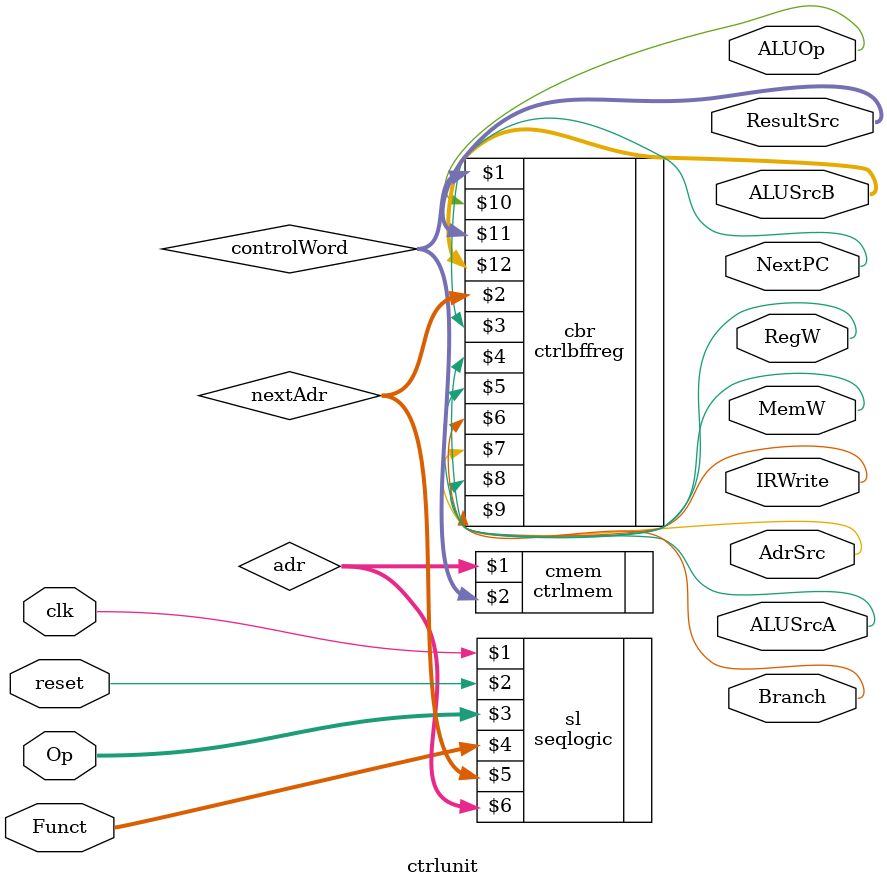
<source format=sv>
module ctrlunit(input logic clk, reset,
		   input logic [1:0] Op,
		   input logic [5:0] Funct,
		   output logic NextPC, RegW, MemW, IRWrite, AdrSrc, ALUSrcA, Branch, ALUOp,
		   output logic [1:0] ResultSrc, ALUSrcB);

	logic [3:0] adr;
	logic [3:0] nextAdr;
	logic [15:0] controlWord;

	seqlogic sl(clk, reset, Op, Funct, nextAdr, adr);

	ctrlmem cmem(adr,controlWord);

	ctrlbffreg cbr(controlWord, nextAdr, NextPC, RegW, MemW,
	       	IRWrite, AdrSrc, ALUSrcA, Branch, ALUOp, ResultSrc, ALUSrcB);
	
endmodule

</source>
